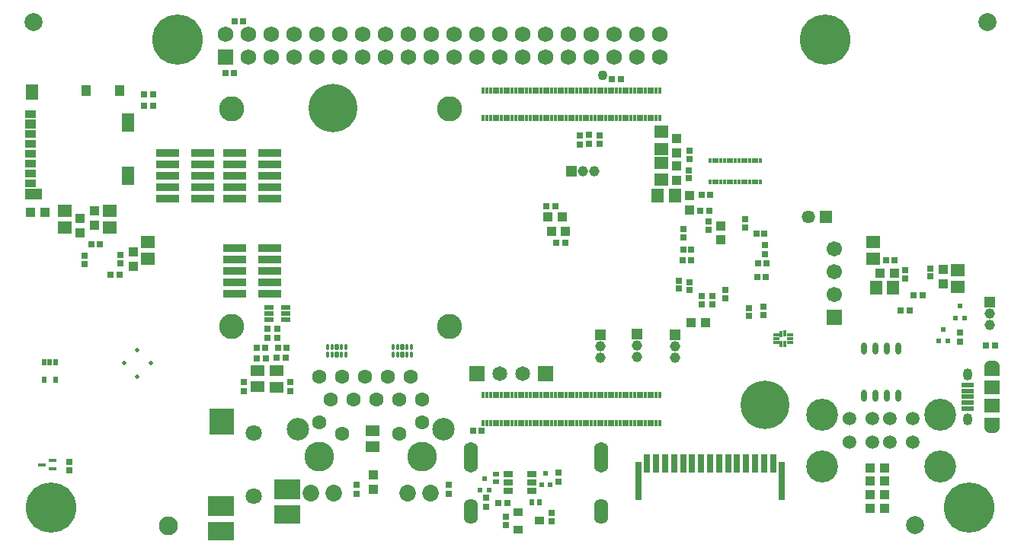
<source format=gbs>
G04*
G04 #@! TF.GenerationSoftware,Altium Limited,Altium Designer,20.0.13 (296)*
G04*
G04 Layer_Color=16711935*
%FSLAX44Y44*%
%MOMM*%
G71*
G01*
G75*
%ADD48R,0.7516X0.6516*%
%ADD50C,1.1016*%
%ADD52R,1.1016X1.0016*%
%ADD53R,1.0016X1.1016*%
%ADD54R,0.6516X0.7516*%
%ADD55R,0.7216X0.7216*%
%ADD56R,0.7016X4.3016*%
%ADD57R,0.7016X2.1016*%
%ADD70R,0.8116X0.4016*%
%ADD74C,2.0000*%
%ADD76R,0.7216X0.7216*%
%ADD78C,2.8000*%
%ADD79C,1.6016*%
%ADD80C,1.8516*%
%ADD81C,3.3016*%
%ADD82C,2.5016*%
%ADD83R,1.6516X1.6516*%
%ADD84C,1.6516*%
%ADD85C,1.1516*%
%ADD86R,1.1516X1.1516*%
%ADD87R,1.1516X1.1516*%
%ADD88C,1.8016*%
%ADD89C,2.1016*%
%ADD90O,1.6016X2.8016*%
%ADD91O,1.6016X3.4016*%
%ADD92C,3.5516*%
%ADD93C,1.5216*%
%ADD94C,0.5080*%
%ADD95C,5.4000*%
%ADD96C,5.6016*%
%ADD97O,1.6516X1.0016*%
%ADD98O,1.0516X1.3516*%
%ADD99R,1.4696X1.4696*%
%ADD100C,1.4696*%
%ADD101C,1.7516*%
%ADD102R,1.7516X1.7516*%
%ADD103C,1.7016*%
%ADD104R,1.7016X1.7016*%
%ADD188R,1.1016X0.7016*%
%ADD189R,0.3016X0.8016*%
%ADD190R,1.6016X1.4016*%
%ADD191R,0.6516X0.5516*%
%ADD192R,0.5516X0.6516*%
%ADD193R,1.0016X0.5016*%
%ADD194R,0.5200X0.7000*%
G04:AMPARAMS|DCode=195|XSize=0.34mm|YSize=0.705mm|CornerRadius=0.12mm|HoleSize=0mm|Usage=FLASHONLY|Rotation=0.000|XOffset=0mm|YOffset=0mm|HoleType=Round|Shape=RoundedRectangle|*
%AMROUNDEDRECTD195*
21,1,0.3400,0.4650,0,0,0.0*
21,1,0.1000,0.7050,0,0,0.0*
1,1,0.2400,0.0500,-0.2325*
1,1,0.2400,-0.0500,-0.2325*
1,1,0.2400,-0.0500,0.2325*
1,1,0.2400,0.0500,0.2325*
%
%ADD195ROUNDEDRECTD195*%
G04:AMPARAMS|DCode=196|XSize=0.54mm|YSize=0.705mm|CornerRadius=0.12mm|HoleSize=0mm|Usage=FLASHONLY|Rotation=0.000|XOffset=0mm|YOffset=0mm|HoleType=Round|Shape=RoundedRectangle|*
%AMROUNDEDRECTD196*
21,1,0.5400,0.4650,0,0,0.0*
21,1,0.3000,0.7050,0,0,0.0*
1,1,0.2400,0.1500,-0.2325*
1,1,0.2400,-0.1500,-0.2325*
1,1,0.2400,-0.1500,0.2325*
1,1,0.2400,0.1500,0.2325*
%
%ADD196ROUNDEDRECTD196*%
%ADD197R,1.5516X1.2516*%
%ADD198R,2.9016X2.1016*%
%ADD199R,2.9016X2.3016*%
%ADD200R,2.7016X2.9016*%
%ADD201R,1.4516X1.6516*%
%ADD202R,1.9016X1.2716*%
%ADD203R,1.4516X2.0016*%
%ADD204R,1.1016X1.3016*%
%ADD205R,1.2016X0.9516*%
%ADD206R,1.2016X0.9766*%
%ADD207R,1.2016X0.8516*%
%ADD208R,1.4016X1.6016*%
%ADD209R,0.6646X0.3266*%
%ADD210R,0.3266X0.6646*%
%ADD211R,0.3266X0.7646*%
%ADD212R,0.3200X0.6000*%
%ADD213R,1.1016X0.9016*%
%ADD214O,0.6516X1.3516*%
%ADD215R,0.5016X0.6116*%
%ADD216R,1.6516X1.6016*%
%ADD217R,1.4516X0.5016*%
%ADD218R,2.5016X0.8616*%
%ADD219R,1.6516X1.3016*%
%ADD220R,1.6516X1.3016*%
D48*
X379000Y55000D02*
D03*
Y65000D02*
D03*
X482000Y55000D02*
D03*
Y65000D02*
D03*
X254254Y178990D02*
D03*
Y168990D02*
D03*
X280206Y238506D02*
D03*
Y228506D02*
D03*
X291084Y238506D02*
D03*
Y228506D02*
D03*
X989000Y304156D02*
D03*
Y294156D02*
D03*
X833120Y321898D02*
D03*
Y331898D02*
D03*
X60184Y80813D02*
D03*
Y90813D02*
D03*
X305562Y168990D02*
D03*
Y178990D02*
D03*
X627281Y443286D02*
D03*
Y453286D02*
D03*
X637794Y444580D02*
D03*
Y454580D02*
D03*
X523494Y40720D02*
D03*
Y50720D02*
D03*
X603504Y78152D02*
D03*
Y68152D02*
D03*
X1049770Y224246D02*
D03*
Y234246D02*
D03*
D50*
X652526Y520192D02*
D03*
D52*
X397662Y76072D02*
D03*
Y60072D02*
D03*
X784000Y353257D02*
D03*
Y337257D02*
D03*
X130656Y324263D02*
D03*
Y308263D02*
D03*
X72183Y361565D02*
D03*
Y345565D02*
D03*
X87470Y369565D02*
D03*
Y353565D02*
D03*
X1030945Y288517D02*
D03*
Y304517D02*
D03*
X735000Y450000D02*
D03*
Y434000D02*
D03*
X735116Y403689D02*
D03*
Y419688D02*
D03*
X749000Y371000D02*
D03*
Y387000D02*
D03*
D53*
X17000Y368000D02*
D03*
X33000D02*
D03*
X607948Y362712D02*
D03*
X591948D02*
D03*
X611504Y347218D02*
D03*
X595504D02*
D03*
X766500Y245100D02*
D03*
X750500D02*
D03*
X950000Y84000D02*
D03*
X966000D02*
D03*
X950000Y69000D02*
D03*
X966000D02*
D03*
X950000Y54000D02*
D03*
X966000D02*
D03*
X950000Y39000D02*
D03*
X966000D02*
D03*
X960600Y300794D02*
D03*
X976600D02*
D03*
D54*
X662512Y516382D02*
D03*
X672512D02*
D03*
X153000Y499000D02*
D03*
X143000D02*
D03*
X143000Y487000D02*
D03*
X153000D02*
D03*
X268558Y205740D02*
D03*
X278558D02*
D03*
X300402Y205994D02*
D03*
X290402D02*
D03*
X536500Y44452D02*
D03*
X546500D02*
D03*
X600122Y375158D02*
D03*
X590122D02*
D03*
X770900Y369563D02*
D03*
X760900D02*
D03*
X508334Y124714D02*
D03*
X518334D02*
D03*
X611298Y334518D02*
D03*
X601298D02*
D03*
X1078607Y220375D02*
D03*
X1088607D02*
D03*
X994000Y259313D02*
D03*
X984000D02*
D03*
X116000Y299000D02*
D03*
X106000D02*
D03*
X997857Y275655D02*
D03*
X1007857D02*
D03*
D55*
X243658Y580898D02*
D03*
X252658D02*
D03*
X233752Y522732D02*
D03*
X242752D02*
D03*
X277296Y217424D02*
D03*
X268296D02*
D03*
X300918Y217424D02*
D03*
X291918D02*
D03*
X823500Y344000D02*
D03*
X832500D02*
D03*
X825625Y311056D02*
D03*
X834625D02*
D03*
X824600Y296056D02*
D03*
X833600D02*
D03*
X750937Y326644D02*
D03*
X741937D02*
D03*
X750850Y314656D02*
D03*
X741850D02*
D03*
X93684Y332895D02*
D03*
X84684D02*
D03*
X967600Y314844D02*
D03*
X976600D02*
D03*
X772011Y387456D02*
D03*
X763011D02*
D03*
D56*
X852000Y69000D02*
D03*
X692000D02*
D03*
D57*
X842000Y89000D02*
D03*
X832000D02*
D03*
X822000D02*
D03*
X812000D02*
D03*
X802000D02*
D03*
X792000D02*
D03*
X782000D02*
D03*
X772000D02*
D03*
X762000D02*
D03*
X752000D02*
D03*
X742000D02*
D03*
X732000D02*
D03*
X722000D02*
D03*
X712000D02*
D03*
X702000D02*
D03*
D70*
X29490Y87414D02*
D03*
X41690Y82414D02*
D03*
Y92414D02*
D03*
D74*
X1080000Y580000D02*
D03*
X20000D02*
D03*
X1000000Y20000D02*
D03*
D76*
X814900Y252749D02*
D03*
Y261749D02*
D03*
X737045Y292156D02*
D03*
Y283156D02*
D03*
X742558Y349600D02*
D03*
Y340600D02*
D03*
X749500Y290495D02*
D03*
Y281495D02*
D03*
X762526Y274756D02*
D03*
Y265756D02*
D03*
X774830Y274901D02*
D03*
Y265901D02*
D03*
X830889Y254149D02*
D03*
Y263149D02*
D03*
X788694Y281556D02*
D03*
Y272556D02*
D03*
X811000Y351500D02*
D03*
Y360500D02*
D03*
X770064Y348652D02*
D03*
Y357651D02*
D03*
X117000Y320763D02*
D03*
Y311763D02*
D03*
X76849Y310789D02*
D03*
Y319789D02*
D03*
X1016854Y296617D02*
D03*
Y305617D02*
D03*
X749135Y436351D02*
D03*
Y427351D02*
D03*
X748552Y405951D02*
D03*
Y414951D02*
D03*
X545338Y20392D02*
D03*
Y29392D02*
D03*
X596138Y33456D02*
D03*
Y24456D02*
D03*
X648970Y453572D02*
D03*
Y444572D02*
D03*
D78*
X482400Y483000D02*
D03*
X240400Y241000D02*
D03*
Y483000D02*
D03*
X482400Y241000D02*
D03*
D79*
X350550Y159500D02*
D03*
X375950D02*
D03*
X401350D02*
D03*
X426750D02*
D03*
X452150D02*
D03*
X439450Y184900D02*
D03*
X414050D02*
D03*
X388650D02*
D03*
X363250D02*
D03*
X337850D02*
D03*
X452150Y134300D02*
D03*
X426750Y121600D02*
D03*
X363250D02*
D03*
X337850Y134300D02*
D03*
D80*
X461300Y55400D02*
D03*
X435900D02*
D03*
X354100D02*
D03*
X328700D02*
D03*
D81*
X452150Y96000D02*
D03*
X337850D02*
D03*
D82*
X475645Y126500D02*
D03*
X314355D02*
D03*
D83*
X513300Y188332D02*
D03*
X589500D02*
D03*
D84*
X538700D02*
D03*
X564100D02*
D03*
D85*
X643382Y413512D02*
D03*
X630682D02*
D03*
X649986Y219492D02*
D03*
Y206792D02*
D03*
X732812Y219492D02*
D03*
Y206792D02*
D03*
X690372Y207010D02*
D03*
Y219710D02*
D03*
X1082607Y255826D02*
D03*
Y243126D02*
D03*
D86*
X617982Y413512D02*
D03*
D87*
X649986Y232192D02*
D03*
X732812D02*
D03*
X690372Y232410D02*
D03*
X1082607Y268526D02*
D03*
D88*
X265026Y122164D02*
D03*
Y52164D02*
D03*
D89*
X170000Y19000D02*
D03*
D90*
X506000Y35500D02*
D03*
X651000D02*
D03*
D91*
Y95500D02*
D03*
X506000Y95500D02*
D03*
D92*
X896300Y85700D02*
D03*
X1027700D02*
D03*
Y142500D02*
D03*
X896300D02*
D03*
D93*
X927000Y112800D02*
D03*
X997000D02*
D03*
X952000D02*
D03*
X972000D02*
D03*
X952000Y139000D02*
D03*
X972000D02*
D03*
X997000D02*
D03*
X927000D02*
D03*
D94*
X135553Y214871D02*
D03*
X120803Y200121D02*
D03*
X150303D02*
D03*
X135553Y185371D02*
D03*
D95*
X353000Y484000D02*
D03*
X833000Y154000D02*
D03*
D96*
X1060000Y40000D02*
D03*
X40000D02*
D03*
X180000Y560000D02*
D03*
X900000D02*
D03*
D97*
X1085500Y198000D02*
D03*
Y128000D02*
D03*
D98*
X1058500Y188000D02*
D03*
Y138000D02*
D03*
D99*
X901000Y363000D02*
D03*
D100*
X881000D02*
D03*
D101*
X716280Y566420D02*
D03*
X690880D02*
D03*
X665480D02*
D03*
X716280Y541020D02*
D03*
X690880D02*
D03*
X665480D02*
D03*
X614680Y566420D02*
D03*
Y541020D02*
D03*
X563880Y566420D02*
D03*
Y541020D02*
D03*
X513080Y566420D02*
D03*
Y541020D02*
D03*
X487680Y566420D02*
D03*
Y541020D02*
D03*
X436880Y566420D02*
D03*
Y541020D02*
D03*
X386080Y566420D02*
D03*
Y541020D02*
D03*
X309880Y566420D02*
D03*
Y541020D02*
D03*
X284480Y566420D02*
D03*
Y541020D02*
D03*
X233680Y566420D02*
D03*
X259080Y541020D02*
D03*
Y566420D02*
D03*
X335280Y541020D02*
D03*
Y566420D02*
D03*
X360680Y541020D02*
D03*
Y566420D02*
D03*
X411480Y541020D02*
D03*
Y566420D02*
D03*
X462280Y541020D02*
D03*
Y566420D02*
D03*
X538480Y541020D02*
D03*
Y566420D02*
D03*
X589280Y541020D02*
D03*
Y566420D02*
D03*
X640080Y541020D02*
D03*
Y566420D02*
D03*
D102*
X233680Y541020D02*
D03*
D103*
X909708Y276713D02*
D03*
Y302113D02*
D03*
Y327513D02*
D03*
D104*
Y251313D02*
D03*
D188*
X573500Y58000D02*
D03*
Y67500D02*
D03*
Y77000D02*
D03*
X547500Y58000D02*
D03*
Y67500D02*
D03*
Y77000D02*
D03*
D189*
X520000Y504000D02*
D03*
Y473200D02*
D03*
X524000Y504000D02*
D03*
Y473200D02*
D03*
X528000Y504000D02*
D03*
Y473200D02*
D03*
X532000Y504000D02*
D03*
Y473200D02*
D03*
X536000Y504000D02*
D03*
Y473200D02*
D03*
X540000Y504000D02*
D03*
Y473200D02*
D03*
X544000Y504000D02*
D03*
Y473200D02*
D03*
X548000Y504000D02*
D03*
Y473200D02*
D03*
X552000Y504000D02*
D03*
Y473200D02*
D03*
X556000Y504000D02*
D03*
Y473200D02*
D03*
X560000Y504000D02*
D03*
Y473200D02*
D03*
X564000Y504000D02*
D03*
Y473200D02*
D03*
X568000Y504000D02*
D03*
Y473200D02*
D03*
X572000Y504000D02*
D03*
Y473200D02*
D03*
X576000Y504000D02*
D03*
Y473200D02*
D03*
X580000Y504000D02*
D03*
Y473200D02*
D03*
X584000Y504000D02*
D03*
Y473200D02*
D03*
X588000Y504000D02*
D03*
Y473200D02*
D03*
X592000Y504000D02*
D03*
Y473200D02*
D03*
X596000Y504000D02*
D03*
Y473200D02*
D03*
X600000Y504000D02*
D03*
Y473200D02*
D03*
X604000Y504000D02*
D03*
Y473200D02*
D03*
X608000Y504000D02*
D03*
Y473200D02*
D03*
X612000Y504000D02*
D03*
Y473200D02*
D03*
X616000Y504000D02*
D03*
Y473200D02*
D03*
X620000Y504000D02*
D03*
Y473200D02*
D03*
X624000Y504000D02*
D03*
Y473200D02*
D03*
X628000Y504000D02*
D03*
Y473200D02*
D03*
X632000Y504000D02*
D03*
Y473200D02*
D03*
X636000Y504000D02*
D03*
Y473200D02*
D03*
X640000Y504000D02*
D03*
Y473200D02*
D03*
X644000Y504000D02*
D03*
Y473200D02*
D03*
X648000Y504000D02*
D03*
Y473200D02*
D03*
X652000Y504000D02*
D03*
Y473200D02*
D03*
X656000Y504000D02*
D03*
Y473200D02*
D03*
X660000Y504000D02*
D03*
Y473200D02*
D03*
X664000Y504000D02*
D03*
Y473200D02*
D03*
X668000Y504000D02*
D03*
Y473200D02*
D03*
X672000Y504000D02*
D03*
Y473200D02*
D03*
X676000Y504000D02*
D03*
Y473200D02*
D03*
X680000Y504000D02*
D03*
Y473200D02*
D03*
X684000Y504000D02*
D03*
Y473200D02*
D03*
X688000Y504000D02*
D03*
Y473200D02*
D03*
X692000Y504000D02*
D03*
Y473200D02*
D03*
X696000Y504000D02*
D03*
Y473200D02*
D03*
X700000Y504000D02*
D03*
Y473200D02*
D03*
X704000Y504000D02*
D03*
Y473200D02*
D03*
X708000Y504000D02*
D03*
Y473200D02*
D03*
X712000Y504000D02*
D03*
Y473200D02*
D03*
X716000Y504000D02*
D03*
Y473200D02*
D03*
X520000Y164800D02*
D03*
Y134000D02*
D03*
X524000Y164800D02*
D03*
Y134000D02*
D03*
X528000Y164800D02*
D03*
Y134000D02*
D03*
X532000Y164800D02*
D03*
Y134000D02*
D03*
X536000Y164800D02*
D03*
Y134000D02*
D03*
X540000Y164800D02*
D03*
Y134000D02*
D03*
X544000Y164800D02*
D03*
Y134000D02*
D03*
X548000Y164800D02*
D03*
Y134000D02*
D03*
X552000Y164800D02*
D03*
Y134000D02*
D03*
X556000Y164800D02*
D03*
Y134000D02*
D03*
X560000Y164800D02*
D03*
Y134000D02*
D03*
X564000Y164800D02*
D03*
Y134000D02*
D03*
X568000Y164800D02*
D03*
Y134000D02*
D03*
X572000Y164800D02*
D03*
Y134000D02*
D03*
X576000Y164800D02*
D03*
Y134000D02*
D03*
X580000Y164800D02*
D03*
Y134000D02*
D03*
X584000Y164800D02*
D03*
Y134000D02*
D03*
X588000Y164800D02*
D03*
Y134000D02*
D03*
X592000Y164800D02*
D03*
Y134000D02*
D03*
X596000Y164800D02*
D03*
Y134000D02*
D03*
X600000Y164800D02*
D03*
Y134000D02*
D03*
X604000Y164800D02*
D03*
Y134000D02*
D03*
X608000Y164800D02*
D03*
Y134000D02*
D03*
X612000Y164800D02*
D03*
Y134000D02*
D03*
X616000Y164800D02*
D03*
Y134000D02*
D03*
X620000Y164800D02*
D03*
Y134000D02*
D03*
X624000Y164800D02*
D03*
Y134000D02*
D03*
X628000Y164800D02*
D03*
Y134000D02*
D03*
X632000Y164800D02*
D03*
Y134000D02*
D03*
X636000Y164800D02*
D03*
Y134000D02*
D03*
X640000Y164800D02*
D03*
Y134000D02*
D03*
X644000Y164800D02*
D03*
Y134000D02*
D03*
X648000Y164800D02*
D03*
Y134000D02*
D03*
X652000Y164800D02*
D03*
Y134000D02*
D03*
X656000Y164800D02*
D03*
Y134000D02*
D03*
X660000Y164800D02*
D03*
Y134000D02*
D03*
X664000Y164800D02*
D03*
Y134000D02*
D03*
X668000Y164800D02*
D03*
Y134000D02*
D03*
X672000Y164800D02*
D03*
Y134000D02*
D03*
X676000Y164800D02*
D03*
Y134000D02*
D03*
X680000Y164800D02*
D03*
Y134000D02*
D03*
X684000Y164800D02*
D03*
Y134000D02*
D03*
X688000Y164800D02*
D03*
Y134000D02*
D03*
X692000Y164800D02*
D03*
Y134000D02*
D03*
X696000Y164800D02*
D03*
Y134000D02*
D03*
X700000Y164800D02*
D03*
Y134000D02*
D03*
X704000Y164800D02*
D03*
Y134000D02*
D03*
X708000Y164800D02*
D03*
Y134000D02*
D03*
X712000Y164800D02*
D03*
Y134000D02*
D03*
X716000Y164800D02*
D03*
Y134000D02*
D03*
D190*
X717550Y457556D02*
D03*
Y438556D02*
D03*
Y404520D02*
D03*
Y423520D02*
D03*
X1047304Y284959D02*
D03*
Y303959D02*
D03*
X147000Y316080D02*
D03*
Y335080D02*
D03*
X953000Y316500D02*
D03*
Y335500D02*
D03*
X104902Y370180D02*
D03*
Y351180D02*
D03*
X54610D02*
D03*
Y370180D02*
D03*
D191*
X534500Y68000D02*
D03*
Y77000D02*
D03*
D192*
X582604Y45720D02*
D03*
X573604D02*
D03*
D193*
X300482Y261920D02*
D03*
Y255420D02*
D03*
Y248920D02*
D03*
X281482D02*
D03*
Y255420D02*
D03*
Y261920D02*
D03*
D194*
X44854Y182270D02*
D03*
Y201270D02*
D03*
X31854Y182270D02*
D03*
Y201270D02*
D03*
X38354D02*
D03*
D195*
X420000Y209825D02*
D03*
X425000D02*
D03*
X435000D02*
D03*
X440000D02*
D03*
Y218175D02*
D03*
X435000D02*
D03*
X425000D02*
D03*
X420000D02*
D03*
X347000Y209825D02*
D03*
X352000D02*
D03*
X362000D02*
D03*
X367000D02*
D03*
Y218175D02*
D03*
X362000D02*
D03*
X352000D02*
D03*
X347000D02*
D03*
D196*
X430000Y209825D02*
D03*
Y218175D02*
D03*
X357000Y209825D02*
D03*
Y218175D02*
D03*
D197*
X397000Y125000D02*
D03*
Y107000D02*
D03*
X290068Y191736D02*
D03*
Y173736D02*
D03*
X268986Y191880D02*
D03*
Y173880D02*
D03*
D198*
X302026Y32164D02*
D03*
X228026Y13164D02*
D03*
D199*
Y41164D02*
D03*
X302026Y60164D02*
D03*
D200*
X229026Y135164D02*
D03*
D201*
X18250Y501600D02*
D03*
D202*
X20500Y388400D02*
D03*
D203*
X125250Y468350D02*
D03*
Y408650D02*
D03*
D204*
X115500Y503350D02*
D03*
X78500D02*
D03*
D205*
X17000Y477000D02*
D03*
Y455000D02*
D03*
Y444000D02*
D03*
Y433000D02*
D03*
Y422000D02*
D03*
Y411000D02*
D03*
D206*
Y466000D02*
D03*
D207*
Y400500D02*
D03*
D208*
X732892Y386842D02*
D03*
X713892D02*
D03*
X975363Y284406D02*
D03*
X956363D02*
D03*
D209*
X845408Y231538D02*
D03*
Y227538D02*
D03*
Y223538D02*
D03*
X860779D02*
D03*
Y227538D02*
D03*
Y231538D02*
D03*
D210*
X851094Y221853D02*
D03*
X855094D02*
D03*
Y233223D02*
D03*
D211*
X851094Y232723D02*
D03*
D212*
X808000Y402000D02*
D03*
X812000D02*
D03*
X828000Y426000D02*
D03*
X824000D02*
D03*
X820000D02*
D03*
X816000D02*
D03*
X812000D02*
D03*
X808000D02*
D03*
X804000D02*
D03*
X800000D02*
D03*
X796000D02*
D03*
X792000D02*
D03*
X788000D02*
D03*
X784000D02*
D03*
X780000D02*
D03*
X776000D02*
D03*
X772000D02*
D03*
Y402000D02*
D03*
X776000D02*
D03*
X780000D02*
D03*
X784000D02*
D03*
X788000D02*
D03*
X792000D02*
D03*
X796000D02*
D03*
X800000D02*
D03*
X804000D02*
D03*
X816000D02*
D03*
X820000D02*
D03*
X824000D02*
D03*
X828000D02*
D03*
D213*
X582484Y24892D02*
D03*
X558484Y34392D02*
D03*
Y15392D02*
D03*
D214*
X942762Y216325D02*
D03*
X955462D02*
D03*
X968162D02*
D03*
X980862D02*
D03*
X942762Y163825D02*
D03*
X955462D02*
D03*
X968162D02*
D03*
X980862D02*
D03*
D215*
X1049770Y263749D02*
D03*
X1044770Y250749D02*
D03*
X1054770D02*
D03*
X521500Y72000D02*
D03*
X516500Y59000D02*
D03*
X526500D02*
D03*
X589500Y78000D02*
D03*
X584500Y65000D02*
D03*
X594500D02*
D03*
X1030945Y237776D02*
D03*
X1025945Y224776D02*
D03*
X1035945D02*
D03*
D216*
X1085500Y153000D02*
D03*
Y173000D02*
D03*
D217*
X1058500Y150000D02*
D03*
Y156500D02*
D03*
Y163000D02*
D03*
Y169500D02*
D03*
Y176000D02*
D03*
D218*
X243390Y277114D02*
D03*
Y289814D02*
D03*
Y302514D02*
D03*
Y315214D02*
D03*
Y327914D02*
D03*
X282390Y277114D02*
D03*
Y289814D02*
D03*
Y302514D02*
D03*
Y315214D02*
D03*
Y327914D02*
D03*
X208000Y434340D02*
D03*
Y421640D02*
D03*
Y408940D02*
D03*
Y396240D02*
D03*
Y383540D02*
D03*
X169000Y434340D02*
D03*
Y421640D02*
D03*
Y408940D02*
D03*
Y396240D02*
D03*
Y383540D02*
D03*
X243390D02*
D03*
Y396240D02*
D03*
Y408940D02*
D03*
Y421640D02*
D03*
Y434340D02*
D03*
X282390Y383540D02*
D03*
Y396240D02*
D03*
Y408940D02*
D03*
Y421640D02*
D03*
Y434340D02*
D03*
D219*
X1085499Y134000D02*
D03*
D220*
X1085499Y192000D02*
D03*
M02*

</source>
